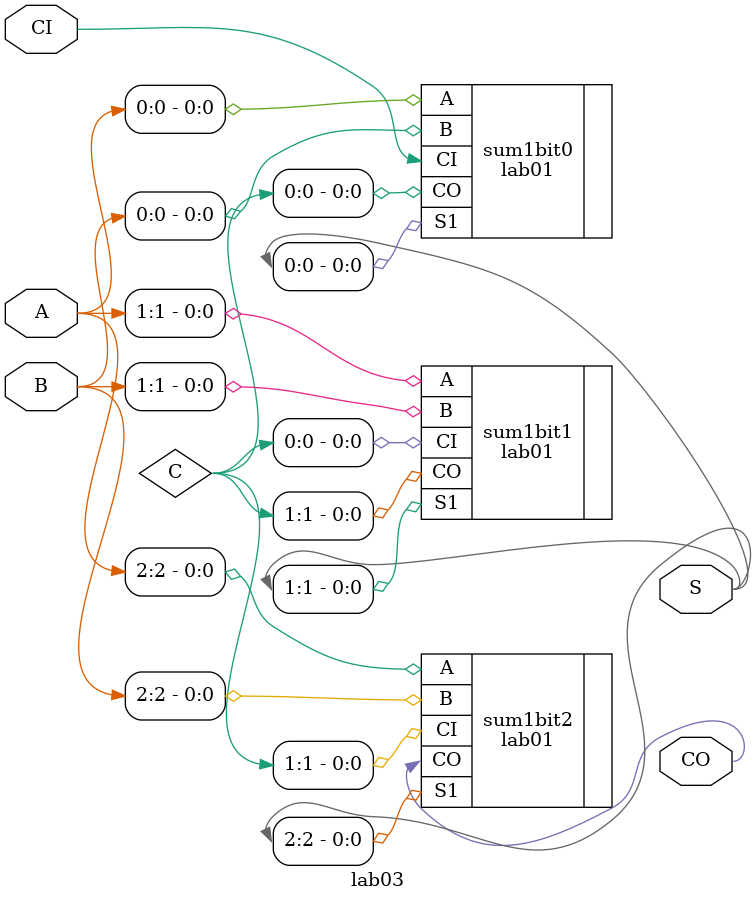
<source format=v>
module lab03(A, B, CI, S, CO);
  input [2:0] A, B;
  input CI;
  output [2:0] S;
  output CO;

  wire [1:0] C; // Acarreos internos

  // Sumadores de 1 bit
  lab01 sum1bit0 (.A(A[0]), .B(B[0]), .CI(CI), .S1(S[0]), .CO(C[0]));
  lab01 sum1bit1 (.A(A[1]), .B(B[1]), .CI(C[0]), .S1(S[1]), .CO(C[1]));
  lab01 sum1bit2 (.A(A[2]), .B(B[2]), .CI(C[1]), .S1(S[2]), .CO(CO));
endmodule
</source>
